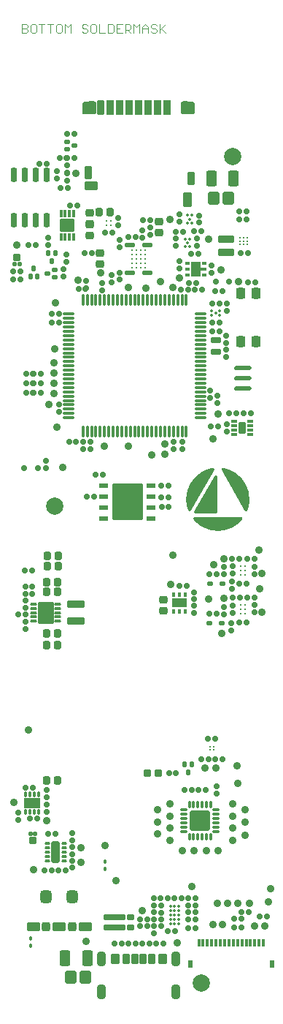
<source format=gbs>
G04*
G04 #@! TF.GenerationSoftware,Altium Limited,Altium Designer,21.9.2 (33)*
G04*
G04 Layer_Color=16711833*
%FSLAX25Y25*%
%MOIN*%
G70*
G04*
G04 #@! TF.SameCoordinates,38B2C1F3-0FCD-4184-AA18-E5AB633A714F*
G04*
G04*
G04 #@! TF.FilePolarity,Negative*
G04*
G01*
G75*
%ADD11C,0.01181*%
%ADD12C,0.00394*%
%ADD23C,0.03543*%
G04:AMPARAMS|DCode=24|XSize=35.43mil|YSize=31.5mil|CornerRadius=5.41mil|HoleSize=0mil|Usage=FLASHONLY|Rotation=270.000|XOffset=0mil|YOffset=0mil|HoleType=Round|Shape=RoundedRectangle|*
%AMROUNDEDRECTD24*
21,1,0.03543,0.02067,0,0,270.0*
21,1,0.02461,0.03150,0,0,270.0*
1,1,0.01083,-0.01034,-0.01230*
1,1,0.01083,-0.01034,0.01230*
1,1,0.01083,0.01034,0.01230*
1,1,0.01083,0.01034,-0.01230*
%
%ADD24ROUNDEDRECTD24*%
G04:AMPARAMS|DCode=25|XSize=24.41mil|YSize=24.41mil|CornerRadius=6.06mil|HoleSize=0mil|Usage=FLASHONLY|Rotation=90.000|XOffset=0mil|YOffset=0mil|HoleType=Round|Shape=RoundedRectangle|*
%AMROUNDEDRECTD25*
21,1,0.02441,0.01228,0,0,90.0*
21,1,0.01228,0.02441,0,0,90.0*
1,1,0.01213,0.00614,0.00614*
1,1,0.01213,0.00614,-0.00614*
1,1,0.01213,-0.00614,-0.00614*
1,1,0.01213,-0.00614,0.00614*
%
%ADD25ROUNDEDRECTD25*%
G04:AMPARAMS|DCode=26|XSize=24.41mil|YSize=24.41mil|CornerRadius=6.06mil|HoleSize=0mil|Usage=FLASHONLY|Rotation=0.000|XOffset=0mil|YOffset=0mil|HoleType=Round|Shape=RoundedRectangle|*
%AMROUNDEDRECTD26*
21,1,0.02441,0.01228,0,0,0.0*
21,1,0.01228,0.02441,0,0,0.0*
1,1,0.01213,0.00614,-0.00614*
1,1,0.01213,-0.00614,-0.00614*
1,1,0.01213,-0.00614,0.00614*
1,1,0.01213,0.00614,0.00614*
%
%ADD26ROUNDEDRECTD26*%
%ADD29C,0.07874*%
%ADD33O,0.04331X0.07087*%
%ADD34C,0.00394*%
%ADD100C,0.01378*%
G04:AMPARAMS|DCode=101|XSize=15.75mil|YSize=19.68mil|CornerRadius=4.92mil|HoleSize=0mil|Usage=FLASHONLY|Rotation=180.000|XOffset=0mil|YOffset=0mil|HoleType=Round|Shape=RoundedRectangle|*
%AMROUNDEDRECTD101*
21,1,0.01575,0.00984,0,0,180.0*
21,1,0.00591,0.01968,0,0,180.0*
1,1,0.00984,-0.00295,0.00492*
1,1,0.00984,0.00295,0.00492*
1,1,0.00984,0.00295,-0.00492*
1,1,0.00984,-0.00295,-0.00492*
%
%ADD101ROUNDEDRECTD101*%
%ADD102C,0.01181*%
G04:AMPARAMS|DCode=103|XSize=47.24mil|YSize=19.68mil|CornerRadius=4.33mil|HoleSize=0mil|Usage=FLASHONLY|Rotation=180.000|XOffset=0mil|YOffset=0mil|HoleType=Round|Shape=RoundedRectangle|*
%AMROUNDEDRECTD103*
21,1,0.04724,0.01102,0,0,180.0*
21,1,0.03858,0.01968,0,0,180.0*
1,1,0.00866,-0.01929,0.00551*
1,1,0.00866,0.01929,0.00551*
1,1,0.00866,0.01929,-0.00551*
1,1,0.00866,-0.01929,-0.00551*
%
%ADD103ROUNDEDRECTD103*%
G04:AMPARAMS|DCode=104|XSize=27.56mil|YSize=64.96mil|CornerRadius=7.87mil|HoleSize=0mil|Usage=FLASHONLY|Rotation=0.000|XOffset=0mil|YOffset=0mil|HoleType=Round|Shape=RoundedRectangle|*
%AMROUNDEDRECTD104*
21,1,0.02756,0.04921,0,0,0.0*
21,1,0.01181,0.06496,0,0,0.0*
1,1,0.01575,0.00591,-0.02461*
1,1,0.01575,-0.00591,-0.02461*
1,1,0.01575,-0.00591,0.02461*
1,1,0.01575,0.00591,0.02461*
%
%ADD104ROUNDEDRECTD104*%
G04:AMPARAMS|DCode=105|XSize=37.4mil|YSize=33.47mil|CornerRadius=7.87mil|HoleSize=0mil|Usage=FLASHONLY|Rotation=90.000|XOffset=0mil|YOffset=0mil|HoleType=Round|Shape=RoundedRectangle|*
%AMROUNDEDRECTD105*
21,1,0.03740,0.01772,0,0,90.0*
21,1,0.02165,0.03347,0,0,90.0*
1,1,0.01575,0.00886,0.01083*
1,1,0.01575,0.00886,-0.01083*
1,1,0.01575,-0.00886,-0.01083*
1,1,0.01575,-0.00886,0.01083*
%
%ADD105ROUNDEDRECTD105*%
G04:AMPARAMS|DCode=106|XSize=15.75mil|YSize=21.65mil|CornerRadius=3.74mil|HoleSize=0mil|Usage=FLASHONLY|Rotation=90.000|XOffset=0mil|YOffset=0mil|HoleType=Round|Shape=RoundedRectangle|*
%AMROUNDEDRECTD106*
21,1,0.01575,0.01417,0,0,90.0*
21,1,0.00827,0.02165,0,0,90.0*
1,1,0.00748,0.00709,0.00413*
1,1,0.00748,0.00709,-0.00413*
1,1,0.00748,-0.00709,-0.00413*
1,1,0.00748,-0.00709,0.00413*
%
%ADD106ROUNDEDRECTD106*%
G04:AMPARAMS|DCode=107|XSize=13.78mil|YSize=53.15mil|CornerRadius=4.43mil|HoleSize=0mil|Usage=FLASHONLY|Rotation=90.000|XOffset=0mil|YOffset=0mil|HoleType=Round|Shape=RoundedRectangle|*
%AMROUNDEDRECTD107*
21,1,0.01378,0.04429,0,0,90.0*
21,1,0.00492,0.05315,0,0,90.0*
1,1,0.00886,0.02215,0.00246*
1,1,0.00886,0.02215,-0.00246*
1,1,0.00886,-0.02215,-0.00246*
1,1,0.00886,-0.02215,0.00246*
%
%ADD107ROUNDEDRECTD107*%
G04:AMPARAMS|DCode=108|XSize=13.78mil|YSize=53.15mil|CornerRadius=4.43mil|HoleSize=0mil|Usage=FLASHONLY|Rotation=180.000|XOffset=0mil|YOffset=0mil|HoleType=Round|Shape=RoundedRectangle|*
%AMROUNDEDRECTD108*
21,1,0.01378,0.04429,0,0,180.0*
21,1,0.00492,0.05315,0,0,180.0*
1,1,0.00886,-0.00246,0.02215*
1,1,0.00886,0.00246,0.02215*
1,1,0.00886,0.00246,-0.02215*
1,1,0.00886,-0.00246,-0.02215*
%
%ADD108ROUNDEDRECTD108*%
%ADD109C,0.01299*%
G04:AMPARAMS|DCode=110|XSize=35.56mil|YSize=65.09mil|CornerRadius=7.45mil|HoleSize=0mil|Usage=FLASHONLY|Rotation=0.000|XOffset=0mil|YOffset=0mil|HoleType=Round|Shape=RoundedRectangle|*
%AMROUNDEDRECTD110*
21,1,0.03556,0.05020,0,0,0.0*
21,1,0.02067,0.06509,0,0,0.0*
1,1,0.01489,0.01034,-0.02510*
1,1,0.01489,-0.01034,-0.02510*
1,1,0.01489,-0.01034,0.02510*
1,1,0.01489,0.01034,0.02510*
%
%ADD110ROUNDEDRECTD110*%
G04:AMPARAMS|DCode=111|XSize=47.37mil|YSize=39.5mil|CornerRadius=7.94mil|HoleSize=0mil|Usage=FLASHONLY|Rotation=0.000|XOffset=0mil|YOffset=0mil|HoleType=Round|Shape=RoundedRectangle|*
%AMROUNDEDRECTD111*
21,1,0.04737,0.02362,0,0,0.0*
21,1,0.03150,0.03950,0,0,0.0*
1,1,0.01587,0.01575,-0.01181*
1,1,0.01587,-0.01575,-0.01181*
1,1,0.01587,-0.01575,0.01181*
1,1,0.01587,0.01575,0.01181*
%
%ADD111ROUNDEDRECTD111*%
G04:AMPARAMS|DCode=112|XSize=35.56mil|YSize=67.06mil|CornerRadius=7.45mil|HoleSize=0mil|Usage=FLASHONLY|Rotation=0.000|XOffset=0mil|YOffset=0mil|HoleType=Round|Shape=RoundedRectangle|*
%AMROUNDEDRECTD112*
21,1,0.03556,0.05217,0,0,0.0*
21,1,0.02067,0.06706,0,0,0.0*
1,1,0.01489,0.01034,-0.02608*
1,1,0.01489,-0.01034,-0.02608*
1,1,0.01489,-0.01034,0.02608*
1,1,0.01489,0.01034,0.02608*
%
%ADD112ROUNDEDRECTD112*%
G04:AMPARAMS|DCode=113|XSize=35.43mil|YSize=59.06mil|CornerRadius=5.91mil|HoleSize=0mil|Usage=FLASHONLY|Rotation=0.000|XOffset=0mil|YOffset=0mil|HoleType=Round|Shape=RoundedRectangle|*
%AMROUNDEDRECTD113*
21,1,0.03543,0.04724,0,0,0.0*
21,1,0.02362,0.05906,0,0,0.0*
1,1,0.01181,0.01181,-0.02362*
1,1,0.01181,-0.01181,-0.02362*
1,1,0.01181,-0.01181,0.02362*
1,1,0.01181,0.01181,0.02362*
%
%ADD113ROUNDEDRECTD113*%
G04:AMPARAMS|DCode=114|XSize=59.06mil|YSize=43.31mil|CornerRadius=6.89mil|HoleSize=0mil|Usage=FLASHONLY|Rotation=0.000|XOffset=0mil|YOffset=0mil|HoleType=Round|Shape=RoundedRectangle|*
%AMROUNDEDRECTD114*
21,1,0.05906,0.02953,0,0,0.0*
21,1,0.04528,0.04331,0,0,0.0*
1,1,0.01378,0.02264,-0.01476*
1,1,0.01378,-0.02264,-0.01476*
1,1,0.01378,-0.02264,0.01476*
1,1,0.01378,0.02264,0.01476*
%
%ADD114ROUNDEDRECTD114*%
G04:AMPARAMS|DCode=115|XSize=35.43mil|YSize=62.99mil|CornerRadius=5.91mil|HoleSize=0mil|Usage=FLASHONLY|Rotation=0.000|XOffset=0mil|YOffset=0mil|HoleType=Round|Shape=RoundedRectangle|*
%AMROUNDEDRECTD115*
21,1,0.03543,0.05118,0,0,0.0*
21,1,0.02362,0.06299,0,0,0.0*
1,1,0.01181,0.01181,-0.02559*
1,1,0.01181,-0.01181,-0.02559*
1,1,0.01181,-0.01181,0.02559*
1,1,0.01181,0.01181,0.02559*
%
%ADD115ROUNDEDRECTD115*%
G04:AMPARAMS|DCode=116|XSize=43.31mil|YSize=64.96mil|CornerRadius=6.89mil|HoleSize=0mil|Usage=FLASHONLY|Rotation=180.000|XOffset=0mil|YOffset=0mil|HoleType=Round|Shape=RoundedRectangle|*
%AMROUNDEDRECTD116*
21,1,0.04331,0.05118,0,0,180.0*
21,1,0.02953,0.06496,0,0,180.0*
1,1,0.01378,-0.01476,0.02559*
1,1,0.01378,0.01476,0.02559*
1,1,0.01378,0.01476,-0.02559*
1,1,0.01378,-0.01476,-0.02559*
%
%ADD116ROUNDEDRECTD116*%
G04:AMPARAMS|DCode=117|XSize=37.4mil|YSize=33.47mil|CornerRadius=7.87mil|HoleSize=0mil|Usage=FLASHONLY|Rotation=180.000|XOffset=0mil|YOffset=0mil|HoleType=Round|Shape=RoundedRectangle|*
%AMROUNDEDRECTD117*
21,1,0.03740,0.01772,0,0,180.0*
21,1,0.02165,0.03347,0,0,180.0*
1,1,0.01575,-0.01083,0.00886*
1,1,0.01575,0.01083,0.00886*
1,1,0.01575,0.01083,-0.00886*
1,1,0.01575,-0.01083,-0.00886*
%
%ADD117ROUNDEDRECTD117*%
G04:AMPARAMS|DCode=118|XSize=19.68mil|YSize=25.59mil|CornerRadius=5.91mil|HoleSize=0mil|Usage=FLASHONLY|Rotation=270.000|XOffset=0mil|YOffset=0mil|HoleType=Round|Shape=RoundedRectangle|*
%AMROUNDEDRECTD118*
21,1,0.01968,0.01378,0,0,270.0*
21,1,0.00787,0.02559,0,0,270.0*
1,1,0.01181,-0.00689,-0.00394*
1,1,0.01181,-0.00689,0.00394*
1,1,0.01181,0.00689,0.00394*
1,1,0.01181,0.00689,-0.00394*
%
%ADD118ROUNDEDRECTD118*%
G04:AMPARAMS|DCode=119|XSize=15.75mil|YSize=33.47mil|CornerRadius=4.33mil|HoleSize=0mil|Usage=FLASHONLY|Rotation=0.000|XOffset=0mil|YOffset=0mil|HoleType=Round|Shape=RoundedRectangle|*
%AMROUNDEDRECTD119*
21,1,0.01575,0.02480,0,0,0.0*
21,1,0.00709,0.03347,0,0,0.0*
1,1,0.00866,0.00354,-0.01240*
1,1,0.00866,-0.00354,-0.01240*
1,1,0.00866,-0.00354,0.01240*
1,1,0.00866,0.00354,0.01240*
%
%ADD119ROUNDEDRECTD119*%
G04:AMPARAMS|DCode=120|XSize=66.93mil|YSize=59.06mil|CornerRadius=4.72mil|HoleSize=0mil|Usage=FLASHONLY|Rotation=0.000|XOffset=0mil|YOffset=0mil|HoleType=Round|Shape=RoundedRectangle|*
%AMROUNDEDRECTD120*
21,1,0.06693,0.04961,0,0,0.0*
21,1,0.05748,0.05906,0,0,0.0*
1,1,0.00945,0.02874,-0.02480*
1,1,0.00945,-0.02874,-0.02480*
1,1,0.00945,-0.02874,0.02480*
1,1,0.00945,0.02874,0.02480*
%
%ADD120ROUNDEDRECTD120*%
G04:AMPARAMS|DCode=121|XSize=70.87mil|YSize=47.24mil|CornerRadius=7.38mil|HoleSize=0mil|Usage=FLASHONLY|Rotation=270.000|XOffset=0mil|YOffset=0mil|HoleType=Round|Shape=RoundedRectangle|*
%AMROUNDEDRECTD121*
21,1,0.07087,0.03248,0,0,270.0*
21,1,0.05610,0.04724,0,0,270.0*
1,1,0.01476,-0.01624,-0.02805*
1,1,0.01476,-0.01624,0.02805*
1,1,0.01476,0.01624,0.02805*
1,1,0.01476,0.01624,-0.02805*
%
%ADD121ROUNDEDRECTD121*%
G04:AMPARAMS|DCode=122|XSize=74.8mil|YSize=31.5mil|CornerRadius=5.41mil|HoleSize=0mil|Usage=FLASHONLY|Rotation=0.000|XOffset=0mil|YOffset=0mil|HoleType=Round|Shape=RoundedRectangle|*
%AMROUNDEDRECTD122*
21,1,0.07480,0.02067,0,0,0.0*
21,1,0.06398,0.03150,0,0,0.0*
1,1,0.01083,0.03199,-0.01034*
1,1,0.01083,-0.03199,-0.01034*
1,1,0.01083,-0.03199,0.01034*
1,1,0.01083,0.03199,0.01034*
%
%ADD122ROUNDEDRECTD122*%
%ADD123C,0.01221*%
G04:AMPARAMS|DCode=124|XSize=31.5mil|YSize=49.21mil|CornerRadius=5.41mil|HoleSize=0mil|Usage=FLASHONLY|Rotation=180.000|XOffset=0mil|YOffset=0mil|HoleType=Round|Shape=RoundedRectangle|*
%AMROUNDEDRECTD124*
21,1,0.03150,0.03839,0,0,180.0*
21,1,0.02067,0.04921,0,0,180.0*
1,1,0.01083,-0.01034,0.01919*
1,1,0.01083,0.01034,0.01919*
1,1,0.01083,0.01034,-0.01919*
1,1,0.01083,-0.01034,-0.01919*
%
%ADD124ROUNDEDRECTD124*%
G04:AMPARAMS|DCode=125|XSize=39.37mil|YSize=49.21mil|CornerRadius=6.4mil|HoleSize=0mil|Usage=FLASHONLY|Rotation=180.000|XOffset=0mil|YOffset=0mil|HoleType=Round|Shape=RoundedRectangle|*
%AMROUNDEDRECTD125*
21,1,0.03937,0.03642,0,0,180.0*
21,1,0.02657,0.04921,0,0,180.0*
1,1,0.01280,-0.01329,0.01821*
1,1,0.01280,0.01329,0.01821*
1,1,0.01280,0.01329,-0.01821*
1,1,0.01280,-0.01329,-0.01821*
%
%ADD125ROUNDEDRECTD125*%
G04:AMPARAMS|DCode=126|XSize=35.43mil|YSize=49.21mil|CornerRadius=5.91mil|HoleSize=0mil|Usage=FLASHONLY|Rotation=180.000|XOffset=0mil|YOffset=0mil|HoleType=Round|Shape=RoundedRectangle|*
%AMROUNDEDRECTD126*
21,1,0.03543,0.03740,0,0,180.0*
21,1,0.02362,0.04921,0,0,180.0*
1,1,0.01181,-0.01181,0.01870*
1,1,0.01181,0.01181,0.01870*
1,1,0.01181,0.01181,-0.01870*
1,1,0.01181,-0.01181,-0.01870*
%
%ADD126ROUNDEDRECTD126*%
G04:AMPARAMS|DCode=127|XSize=31.5mil|YSize=29.53mil|CornerRadius=5.17mil|HoleSize=0mil|Usage=FLASHONLY|Rotation=180.000|XOffset=0mil|YOffset=0mil|HoleType=Round|Shape=RoundedRectangle|*
%AMROUNDEDRECTD127*
21,1,0.03150,0.01919,0,0,180.0*
21,1,0.02116,0.02953,0,0,180.0*
1,1,0.01034,-0.01058,0.00960*
1,1,0.01034,0.01058,0.00960*
1,1,0.01034,0.01058,-0.00960*
1,1,0.01034,-0.01058,-0.00960*
%
%ADD127ROUNDEDRECTD127*%
G04:AMPARAMS|DCode=128|XSize=98.43mil|YSize=29.53mil|CornerRadius=5.17mil|HoleSize=0mil|Usage=FLASHONLY|Rotation=180.000|XOffset=0mil|YOffset=0mil|HoleType=Round|Shape=RoundedRectangle|*
%AMROUNDEDRECTD128*
21,1,0.09843,0.01919,0,0,180.0*
21,1,0.08809,0.02953,0,0,180.0*
1,1,0.01034,-0.04405,0.00960*
1,1,0.01034,0.04405,0.00960*
1,1,0.01034,0.04405,-0.00960*
1,1,0.01034,-0.04405,-0.00960*
%
%ADD128ROUNDEDRECTD128*%
G04:AMPARAMS|DCode=129|XSize=59.06mil|YSize=51.18mil|CornerRadius=7.87mil|HoleSize=0mil|Usage=FLASHONLY|Rotation=90.000|XOffset=0mil|YOffset=0mil|HoleType=Round|Shape=RoundedRectangle|*
%AMROUNDEDRECTD129*
21,1,0.05906,0.03543,0,0,90.0*
21,1,0.04331,0.05118,0,0,90.0*
1,1,0.01575,0.01772,0.02165*
1,1,0.01575,0.01772,-0.02165*
1,1,0.01575,-0.01772,-0.02165*
1,1,0.01575,-0.01772,0.02165*
%
%ADD129ROUNDEDRECTD129*%
G04:AMPARAMS|DCode=130|XSize=15.75mil|YSize=21.65mil|CornerRadius=3.74mil|HoleSize=0mil|Usage=FLASHONLY|Rotation=180.000|XOffset=0mil|YOffset=0mil|HoleType=Round|Shape=RoundedRectangle|*
%AMROUNDEDRECTD130*
21,1,0.01575,0.01417,0,0,180.0*
21,1,0.00827,0.02165,0,0,180.0*
1,1,0.00748,-0.00413,0.00709*
1,1,0.00748,0.00413,0.00709*
1,1,0.00748,0.00413,-0.00709*
1,1,0.00748,-0.00413,-0.00709*
%
%ADD130ROUNDEDRECTD130*%
G04:AMPARAMS|DCode=131|XSize=66.93mil|YSize=43.31mil|CornerRadius=3.94mil|HoleSize=0mil|Usage=FLASHONLY|Rotation=180.000|XOffset=0mil|YOffset=0mil|HoleType=Round|Shape=RoundedRectangle|*
%AMROUNDEDRECTD131*
21,1,0.06693,0.03543,0,0,180.0*
21,1,0.05906,0.04331,0,0,180.0*
1,1,0.00787,-0.02953,0.01772*
1,1,0.00787,0.02953,0.01772*
1,1,0.00787,0.02953,-0.01772*
1,1,0.00787,-0.02953,-0.01772*
%
%ADD131ROUNDEDRECTD131*%
G04:AMPARAMS|DCode=132|XSize=23.62mil|YSize=27.56mil|CornerRadius=6.89mil|HoleSize=0mil|Usage=FLASHONLY|Rotation=90.000|XOffset=0mil|YOffset=0mil|HoleType=Round|Shape=RoundedRectangle|*
%AMROUNDEDRECTD132*
21,1,0.02362,0.01378,0,0,90.0*
21,1,0.00984,0.02756,0,0,90.0*
1,1,0.01378,0.00689,0.00492*
1,1,0.01378,0.00689,-0.00492*
1,1,0.01378,-0.00689,-0.00492*
1,1,0.01378,-0.00689,0.00492*
%
%ADD132ROUNDEDRECTD132*%
G04:AMPARAMS|DCode=133|XSize=19.68mil|YSize=25.59mil|CornerRadius=5.91mil|HoleSize=0mil|Usage=FLASHONLY|Rotation=180.000|XOffset=0mil|YOffset=0mil|HoleType=Round|Shape=RoundedRectangle|*
%AMROUNDEDRECTD133*
21,1,0.01968,0.01378,0,0,180.0*
21,1,0.00787,0.02559,0,0,180.0*
1,1,0.01181,-0.00394,0.00689*
1,1,0.01181,0.00394,0.00689*
1,1,0.01181,0.00394,-0.00689*
1,1,0.01181,-0.00394,-0.00689*
%
%ADD133ROUNDEDRECTD133*%
G04:AMPARAMS|DCode=134|XSize=19.68mil|YSize=22.84mil|CornerRadius=5.12mil|HoleSize=0mil|Usage=FLASHONLY|Rotation=0.000|XOffset=0mil|YOffset=0mil|HoleType=Round|Shape=RoundedRectangle|*
%AMROUNDEDRECTD134*
21,1,0.01968,0.01260,0,0,0.0*
21,1,0.00945,0.02284,0,0,0.0*
1,1,0.01024,0.00472,-0.00630*
1,1,0.01024,-0.00472,-0.00630*
1,1,0.01024,-0.00472,0.00630*
1,1,0.01024,0.00472,0.00630*
%
%ADD134ROUNDEDRECTD134*%
G04:AMPARAMS|DCode=135|XSize=33.47mil|YSize=33.47mil|CornerRadius=3.74mil|HoleSize=0mil|Usage=FLASHONLY|Rotation=90.000|XOffset=0mil|YOffset=0mil|HoleType=Round|Shape=RoundedRectangle|*
%AMROUNDEDRECTD135*
21,1,0.03347,0.02598,0,0,90.0*
21,1,0.02598,0.03347,0,0,90.0*
1,1,0.00748,0.01299,0.01299*
1,1,0.00748,0.01299,-0.01299*
1,1,0.00748,-0.01299,-0.01299*
1,1,0.00748,-0.01299,0.01299*
%
%ADD135ROUNDEDRECTD135*%
G04:AMPARAMS|DCode=136|XSize=13.78mil|YSize=23.62mil|CornerRadius=4.43mil|HoleSize=0mil|Usage=FLASHONLY|Rotation=90.000|XOffset=0mil|YOffset=0mil|HoleType=Round|Shape=RoundedRectangle|*
%AMROUNDEDRECTD136*
21,1,0.01378,0.01476,0,0,90.0*
21,1,0.00492,0.02362,0,0,90.0*
1,1,0.00886,0.00738,0.00246*
1,1,0.00886,0.00738,-0.00246*
1,1,0.00886,-0.00738,-0.00246*
1,1,0.00886,-0.00738,0.00246*
%
%ADD136ROUNDEDRECTD136*%
G04:AMPARAMS|DCode=137|XSize=51.18mil|YSize=43.31mil|CornerRadius=11.81mil|HoleSize=0mil|Usage=FLASHONLY|Rotation=270.000|XOffset=0mil|YOffset=0mil|HoleType=Round|Shape=RoundedRectangle|*
%AMROUNDEDRECTD137*
21,1,0.05118,0.01968,0,0,270.0*
21,1,0.02756,0.04331,0,0,270.0*
1,1,0.02362,-0.00984,-0.01378*
1,1,0.02362,-0.00984,0.01378*
1,1,0.02362,0.00984,0.01378*
1,1,0.02362,0.00984,-0.01378*
%
%ADD137ROUNDEDRECTD137*%
G04:AMPARAMS|DCode=138|XSize=13.78mil|YSize=23.62mil|CornerRadius=3.94mil|HoleSize=0mil|Usage=FLASHONLY|Rotation=0.000|XOffset=0mil|YOffset=0mil|HoleType=Round|Shape=RoundedRectangle|*
%AMROUNDEDRECTD138*
21,1,0.01378,0.01575,0,0,0.0*
21,1,0.00591,0.02362,0,0,0.0*
1,1,0.00787,0.00295,-0.00787*
1,1,0.00787,-0.00295,-0.00787*
1,1,0.00787,-0.00295,0.00787*
1,1,0.00787,0.00295,0.00787*
%
%ADD138ROUNDEDRECTD138*%
G04:AMPARAMS|DCode=139|XSize=13.78mil|YSize=29.53mil|CornerRadius=4.43mil|HoleSize=0mil|Usage=FLASHONLY|Rotation=90.000|XOffset=0mil|YOffset=0mil|HoleType=Round|Shape=RoundedRectangle|*
%AMROUNDEDRECTD139*
21,1,0.01378,0.02067,0,0,90.0*
21,1,0.00492,0.02953,0,0,90.0*
1,1,0.00886,0.01034,0.00246*
1,1,0.00886,0.01034,-0.00246*
1,1,0.00886,-0.01034,-0.00246*
1,1,0.00886,-0.01034,0.00246*
%
%ADD139ROUNDEDRECTD139*%
G04:AMPARAMS|DCode=140|XSize=19.68mil|YSize=78.74mil|CornerRadius=5.91mil|HoleSize=0mil|Usage=FLASHONLY|Rotation=270.000|XOffset=0mil|YOffset=0mil|HoleType=Round|Shape=RoundedRectangle|*
%AMROUNDEDRECTD140*
21,1,0.01968,0.06693,0,0,270.0*
21,1,0.00787,0.07874,0,0,270.0*
1,1,0.01181,-0.03347,-0.00394*
1,1,0.01181,-0.03347,0.00394*
1,1,0.01181,0.03347,0.00394*
1,1,0.01181,0.03347,-0.00394*
%
%ADD140ROUNDEDRECTD140*%
G04:AMPARAMS|DCode=141|XSize=51.18mil|YSize=35.04mil|CornerRadius=5.08mil|HoleSize=0mil|Usage=FLASHONLY|Rotation=90.000|XOffset=0mil|YOffset=0mil|HoleType=Round|Shape=RoundedRectangle|*
%AMROUNDEDRECTD141*
21,1,0.05118,0.02488,0,0,90.0*
21,1,0.04102,0.03504,0,0,90.0*
1,1,0.01016,0.01244,0.02051*
1,1,0.01016,0.01244,-0.02051*
1,1,0.01016,-0.01244,-0.02051*
1,1,0.01016,-0.01244,0.02051*
%
%ADD141ROUNDEDRECTD141*%
G04:AMPARAMS|DCode=142|XSize=15.75mil|YSize=35.43mil|CornerRadius=3.45mil|HoleSize=0mil|Usage=FLASHONLY|Rotation=180.000|XOffset=0mil|YOffset=0mil|HoleType=Round|Shape=RoundedRectangle|*
%AMROUNDEDRECTD142*
21,1,0.01575,0.02854,0,0,180.0*
21,1,0.00886,0.03543,0,0,180.0*
1,1,0.00689,-0.00443,0.01427*
1,1,0.00689,0.00443,0.01427*
1,1,0.00689,0.00443,-0.01427*
1,1,0.00689,-0.00443,-0.01427*
%
%ADD142ROUNDEDRECTD142*%
G04:AMPARAMS|DCode=143|XSize=19.68mil|YSize=35.43mil|CornerRadius=3.94mil|HoleSize=0mil|Usage=FLASHONLY|Rotation=180.000|XOffset=0mil|YOffset=0mil|HoleType=Round|Shape=RoundedRectangle|*
%AMROUNDEDRECTD143*
21,1,0.01968,0.02756,0,0,180.0*
21,1,0.01181,0.03543,0,0,180.0*
1,1,0.00787,-0.00591,0.01378*
1,1,0.00787,0.00591,0.01378*
1,1,0.00787,0.00591,-0.01378*
1,1,0.00787,-0.00591,-0.01378*
%
%ADD143ROUNDEDRECTD143*%
G04:AMPARAMS|DCode=144|XSize=21.65mil|YSize=41.34mil|CornerRadius=4.18mil|HoleSize=0mil|Usage=FLASHONLY|Rotation=90.000|XOffset=0mil|YOffset=0mil|HoleType=Round|Shape=RoundedRectangle|*
%AMROUNDEDRECTD144*
21,1,0.02165,0.03297,0,0,90.0*
21,1,0.01329,0.04134,0,0,90.0*
1,1,0.00837,0.01649,0.00664*
1,1,0.00837,0.01649,-0.00664*
1,1,0.00837,-0.01649,-0.00664*
1,1,0.00837,-0.01649,0.00664*
%
%ADD144ROUNDEDRECTD144*%
G04:AMPARAMS|DCode=145|XSize=90.55mil|YSize=90.55mil|CornerRadius=6.3mil|HoleSize=0mil|Usage=FLASHONLY|Rotation=180.000|XOffset=0mil|YOffset=0mil|HoleType=Round|Shape=RoundedRectangle|*
%AMROUNDEDRECTD145*
21,1,0.09055,0.07795,0,0,180.0*
21,1,0.07795,0.09055,0,0,180.0*
1,1,0.01260,-0.03898,0.03898*
1,1,0.01260,0.03898,0.03898*
1,1,0.01260,0.03898,-0.03898*
1,1,0.01260,-0.03898,-0.03898*
%
%ADD145ROUNDEDRECTD145*%
G04:AMPARAMS|DCode=146|XSize=13.78mil|YSize=33.47mil|CornerRadius=4.43mil|HoleSize=0mil|Usage=FLASHONLY|Rotation=180.000|XOffset=0mil|YOffset=0mil|HoleType=Round|Shape=RoundedRectangle|*
%AMROUNDEDRECTD146*
21,1,0.01378,0.02461,0,0,180.0*
21,1,0.00492,0.03347,0,0,180.0*
1,1,0.00886,-0.00246,0.01230*
1,1,0.00886,0.00246,0.01230*
1,1,0.00886,0.00246,-0.01230*
1,1,0.00886,-0.00246,-0.01230*
%
%ADD146ROUNDEDRECTD146*%
G04:AMPARAMS|DCode=147|XSize=141.73mil|YSize=165.35mil|CornerRadius=5.41mil|HoleSize=0mil|Usage=FLASHONLY|Rotation=0.000|XOffset=0mil|YOffset=0mil|HoleType=Round|Shape=RoundedRectangle|*
%AMROUNDEDRECTD147*
21,1,0.14173,0.15453,0,0,0.0*
21,1,0.13091,0.16535,0,0,0.0*
1,1,0.01083,0.06545,-0.07726*
1,1,0.01083,-0.06545,-0.07726*
1,1,0.01083,-0.06545,0.07726*
1,1,0.01083,0.06545,0.07726*
%
%ADD147ROUNDEDRECTD147*%
G04:AMPARAMS|DCode=148|XSize=100.39mil|YSize=70.87mil|CornerRadius=5.32mil|HoleSize=0mil|Usage=FLASHONLY|Rotation=90.000|XOffset=0mil|YOffset=0mil|HoleType=Round|Shape=RoundedRectangle|*
%AMROUNDEDRECTD148*
21,1,0.10039,0.06024,0,0,90.0*
21,1,0.08976,0.07087,0,0,90.0*
1,1,0.01063,0.03012,0.04488*
1,1,0.01063,0.03012,-0.04488*
1,1,0.01063,-0.03012,-0.04488*
1,1,0.01063,-0.03012,0.04488*
%
%ADD148ROUNDEDRECTD148*%
G04:AMPARAMS|DCode=149|XSize=13.78mil|YSize=31.5mil|CornerRadius=4.43mil|HoleSize=0mil|Usage=FLASHONLY|Rotation=90.000|XOffset=0mil|YOffset=0mil|HoleType=Round|Shape=RoundedRectangle|*
%AMROUNDEDRECTD149*
21,1,0.01378,0.02264,0,0,90.0*
21,1,0.00492,0.03150,0,0,90.0*
1,1,0.00886,0.01132,0.00246*
1,1,0.00886,0.01132,-0.00246*
1,1,0.00886,-0.01132,-0.00246*
1,1,0.00886,-0.01132,0.00246*
%
%ADD149ROUNDEDRECTD149*%
G04:AMPARAMS|DCode=150|XSize=98.43mil|YSize=37.01mil|CornerRadius=5.28mil|HoleSize=0mil|Usage=FLASHONLY|Rotation=90.000|XOffset=0mil|YOffset=0mil|HoleType=Round|Shape=RoundedRectangle|*
%AMROUNDEDRECTD150*
21,1,0.09843,0.02646,0,0,90.0*
21,1,0.08787,0.03701,0,0,90.0*
1,1,0.01055,0.01323,0.04394*
1,1,0.01055,0.01323,-0.04394*
1,1,0.01055,-0.01323,-0.04394*
1,1,0.01055,-0.01323,0.04394*
%
%ADD150ROUNDEDRECTD150*%
G04:AMPARAMS|DCode=151|XSize=74.8mil|YSize=47.24mil|CornerRadius=4.13mil|HoleSize=0mil|Usage=FLASHONLY|Rotation=0.000|XOffset=0mil|YOffset=0mil|HoleType=Round|Shape=RoundedRectangle|*
%AMROUNDEDRECTD151*
21,1,0.07480,0.03898,0,0,0.0*
21,1,0.06653,0.04724,0,0,0.0*
1,1,0.00827,0.03327,-0.01949*
1,1,0.00827,-0.03327,-0.01949*
1,1,0.00827,-0.03327,0.01949*
1,1,0.00827,0.03327,0.01949*
%
%ADD151ROUNDEDRECTD151*%
G04:AMPARAMS|DCode=152|XSize=82.68mil|YSize=35.43mil|CornerRadius=5.91mil|HoleSize=0mil|Usage=FLASHONLY|Rotation=0.000|XOffset=0mil|YOffset=0mil|HoleType=Round|Shape=RoundedRectangle|*
%AMROUNDEDRECTD152*
21,1,0.08268,0.02362,0,0,0.0*
21,1,0.07087,0.03543,0,0,0.0*
1,1,0.01181,0.03543,-0.01181*
1,1,0.01181,-0.03543,-0.01181*
1,1,0.01181,-0.03543,0.01181*
1,1,0.01181,0.03543,0.01181*
%
%ADD152ROUNDEDRECTD152*%
G04:AMPARAMS|DCode=153|XSize=53.15mil|YSize=57.09mil|CornerRadius=14.27mil|HoleSize=0mil|Usage=FLASHONLY|Rotation=0.000|XOffset=0mil|YOffset=0mil|HoleType=Round|Shape=RoundedRectangle|*
%AMROUNDEDRECTD153*
21,1,0.05315,0.02854,0,0,0.0*
21,1,0.02461,0.05709,0,0,0.0*
1,1,0.02854,0.01230,-0.01427*
1,1,0.02854,-0.01230,-0.01427*
1,1,0.02854,-0.01230,0.01427*
1,1,0.02854,0.01230,0.01427*
%
%ADD153ROUNDEDRECTD153*%
G04:AMPARAMS|DCode=154|XSize=62.99mil|YSize=43.31mil|CornerRadius=11.81mil|HoleSize=0mil|Usage=FLASHONLY|Rotation=180.000|XOffset=0mil|YOffset=0mil|HoleType=Round|Shape=RoundedRectangle|*
%AMROUNDEDRECTD154*
21,1,0.06299,0.01968,0,0,180.0*
21,1,0.03937,0.04331,0,0,180.0*
1,1,0.02362,-0.01968,0.00984*
1,1,0.02362,0.01968,0.00984*
1,1,0.02362,0.01968,-0.00984*
1,1,0.02362,-0.01968,-0.00984*
%
%ADD154ROUNDEDRECTD154*%
G04:AMPARAMS|DCode=155|XSize=39.37mil|YSize=43.31mil|CornerRadius=10.83mil|HoleSize=0mil|Usage=FLASHONLY|Rotation=180.000|XOffset=0mil|YOffset=0mil|HoleType=Round|Shape=RoundedRectangle|*
%AMROUNDEDRECTD155*
21,1,0.03937,0.02165,0,0,180.0*
21,1,0.01772,0.04331,0,0,180.0*
1,1,0.02165,-0.00886,0.01083*
1,1,0.02165,0.00886,0.01083*
1,1,0.02165,0.00886,-0.01083*
1,1,0.02165,-0.00886,-0.01083*
%
%ADD155ROUNDEDRECTD155*%
G04:AMPARAMS|DCode=156|XSize=13.78mil|YSize=33.47mil|CornerRadius=4.43mil|HoleSize=0mil|Usage=FLASHONLY|Rotation=90.000|XOffset=0mil|YOffset=0mil|HoleType=Round|Shape=RoundedRectangle|*
%AMROUNDEDRECTD156*
21,1,0.01378,0.02461,0,0,90.0*
21,1,0.00492,0.03347,0,0,90.0*
1,1,0.00886,0.01230,0.00246*
1,1,0.00886,0.01230,-0.00246*
1,1,0.00886,-0.01230,-0.00246*
1,1,0.00886,-0.01230,0.00246*
%
%ADD156ROUNDEDRECTD156*%
G04:AMPARAMS|DCode=157|XSize=27.56mil|YSize=47.24mil|CornerRadius=4.92mil|HoleSize=0mil|Usage=FLASHONLY|Rotation=90.000|XOffset=0mil|YOffset=0mil|HoleType=Round|Shape=RoundedRectangle|*
%AMROUNDEDRECTD157*
21,1,0.02756,0.03740,0,0,90.0*
21,1,0.01772,0.04724,0,0,90.0*
1,1,0.00984,0.01870,0.00886*
1,1,0.00984,0.01870,-0.00886*
1,1,0.00984,-0.01870,-0.00886*
1,1,0.00984,-0.01870,0.00886*
%
%ADD157ROUNDEDRECTD157*%
G36*
X903746Y1021808D02*
X903748D01*
X903912Y1021791D01*
X908232Y1021399D01*
X908377Y1021391D01*
X908416Y1021386D01*
X908452Y1021373D01*
X908723Y1021244D01*
X908756Y1021224D01*
X908785Y1021198D01*
X908986Y1020975D01*
X909010Y1020944D01*
X909017Y1020928D01*
X909026Y1020909D01*
X909127Y1020626D01*
X909136Y1020589D01*
X909138Y1020550D01*
X909131Y1020405D01*
X909131Y1016835D01*
X909131Y1016833D01*
X909131Y1016833D01*
X909129Y1016676D01*
X909126Y1016645D01*
X909125Y1016638D01*
X909125Y1016638D01*
Y1016638D01*
X909121Y1016623D01*
X909114Y1016601D01*
X908991Y1016313D01*
X908982Y1016296D01*
X908972Y1016279D01*
X908972Y1016279D01*
Y1016279D01*
X908970Y1016276D01*
X908947Y1016249D01*
X908724Y1016030D01*
X908705Y1016014D01*
X908694Y1016006D01*
X908694Y1016006D01*
X908694Y1016006D01*
X908685Y1016001D01*
X908659Y1015988D01*
X908369Y1015871D01*
X908333Y1015860D01*
X908332Y1015860D01*
D01*
X908332Y1015860D01*
X908305Y1015857D01*
X908293Y1015856D01*
X908293D01*
X908293D01*
X908293D01*
X908138Y1015858D01*
X903807D01*
X903806Y1015858D01*
X903805Y1015858D01*
X903648Y1015859D01*
X903617Y1015863D01*
X903610Y1015864D01*
X903610Y1015864D01*
X903610D01*
X903596Y1015868D01*
X903573Y1015875D01*
X903285Y1015998D01*
X903268Y1016007D01*
X903251Y1016016D01*
X903251Y1016016D01*
X903251D01*
X903248Y1016019D01*
X903221Y1016041D01*
X903002Y1016265D01*
X902987Y1016284D01*
X902978Y1016295D01*
X902978Y1016295D01*
X902978Y1016295D01*
X902973Y1016304D01*
X902960Y1016329D01*
X902843Y1016619D01*
X902832Y1016656D01*
X902832Y1016657D01*
D01*
X902832Y1016657D01*
X902830Y1016683D01*
X902829Y1016695D01*
Y1016695D01*
Y1016695D01*
Y1016695D01*
X902830Y1016851D01*
X902830Y1020819D01*
X902830Y1020820D01*
X902830Y1020821D01*
X902832Y1020987D01*
X902832Y1020989D01*
X902832Y1020992D01*
X902834Y1021008D01*
X902836Y1021026D01*
X902837Y1021028D01*
X902837Y1021030D01*
X902842Y1021046D01*
X902848Y1021063D01*
X902849Y1021064D01*
X902849Y1021067D01*
X902986Y1021369D01*
X902987Y1021371D01*
X902988Y1021373D01*
X902997Y1021387D01*
X903006Y1021402D01*
X903007Y1021404D01*
X903008Y1021406D01*
X903020Y1021419D01*
X903031Y1021431D01*
X903033Y1021433D01*
X903034Y1021434D01*
X903281Y1021655D01*
X903283Y1021657D01*
X903285Y1021658D01*
X903299Y1021668D01*
X903313Y1021678D01*
X903315Y1021679D01*
X903316Y1021681D01*
X903332Y1021688D01*
X903348Y1021695D01*
X903350Y1021695D01*
X903352Y1021696D01*
X903667Y1021799D01*
X903669Y1021799D01*
X903671Y1021800D01*
X903688Y1021804D01*
X903705Y1021807D01*
X903707Y1021807D01*
X903709Y1021808D01*
X903727Y1021808D01*
X903744Y1021808D01*
X903746Y1021808D01*
D02*
G37*
G36*
X863155Y1021808D02*
X863173Y1021808D01*
X863175Y1021807D01*
X863177Y1021807D01*
X863194Y1021804D01*
X863211Y1021800D01*
X863213Y1021799D01*
X863215Y1021799D01*
X863530Y1021696D01*
X863532Y1021695D01*
X863535Y1021695D01*
X863550Y1021688D01*
X863566Y1021681D01*
X863568Y1021679D01*
X863570Y1021678D01*
X863583Y1021668D01*
X863598Y1021658D01*
X863599Y1021657D01*
X863601Y1021655D01*
X863848Y1021434D01*
X863849Y1021433D01*
X863851Y1021431D01*
X863863Y1021418D01*
X863874Y1021406D01*
X863875Y1021404D01*
X863877Y1021402D01*
X863885Y1021387D01*
X863894Y1021373D01*
X863895Y1021371D01*
X863896Y1021369D01*
X864033Y1021067D01*
X864034Y1021064D01*
X864035Y1021063D01*
X864040Y1021046D01*
X864045Y1021030D01*
X864046Y1021028D01*
X864046Y1021026D01*
X864048Y1021008D01*
X864050Y1020992D01*
X864050Y1020989D01*
X864051Y1020987D01*
X864052Y1020821D01*
X864052Y1020820D01*
X864052Y1020819D01*
X864052Y1016850D01*
X864052Y1016850D01*
X864054Y1016695D01*
X864051Y1016666D01*
X864050Y1016657D01*
X864050Y1016657D01*
Y1016657D01*
X864047Y1016644D01*
X864039Y1016619D01*
X863922Y1016329D01*
X863909Y1016304D01*
X863904Y1016295D01*
X863904Y1016295D01*
X863904Y1016295D01*
X863891Y1016278D01*
X863880Y1016265D01*
X863661Y1016041D01*
X863634Y1016019D01*
X863631Y1016016D01*
X863631D01*
X863631Y1016016D01*
X863614Y1016007D01*
X863597Y1015998D01*
X863309Y1015875D01*
X863287Y1015868D01*
X863272Y1015864D01*
X863272D01*
X863272Y1015864D01*
X863265Y1015863D01*
X863234Y1015859D01*
X863077Y1015858D01*
X863076Y1015858D01*
X863075Y1015858D01*
X858744Y1015858D01*
X858744D01*
X858589Y1015856D01*
X858560Y1015859D01*
X858550Y1015860D01*
X858550Y1015860D01*
X858550D01*
X858538Y1015863D01*
X858513Y1015871D01*
X858223Y1015988D01*
X858197Y1016001D01*
X858189Y1016006D01*
X858189Y1016006D01*
X858189Y1016006D01*
X858171Y1016019D01*
X858158Y1016030D01*
X857935Y1016249D01*
X857913Y1016276D01*
X857910Y1016279D01*
Y1016279D01*
X857910Y1016279D01*
X857901Y1016296D01*
X857891Y1016313D01*
X857769Y1016601D01*
X857762Y1016623D01*
X857757Y1016638D01*
Y1016638D01*
X857757Y1016638D01*
X857756Y1016645D01*
X857753Y1016676D01*
X857751Y1016833D01*
X857751Y1016834D01*
X857751Y1016835D01*
X857751Y1020406D01*
X857744Y1020550D01*
Y1020550D01*
D01*
X857746Y1020589D01*
X857755Y1020627D01*
X857856Y1020909D01*
X857873Y1020944D01*
X857896Y1020976D01*
X858097Y1021198D01*
X858126Y1021224D01*
X858159Y1021244D01*
X858430Y1021373D01*
X858457Y1021382D01*
X858467Y1021386D01*
X858505Y1021391D01*
X858651Y1021399D01*
X862971Y1021791D01*
X863134Y1021808D01*
X863136D01*
X863138Y1021808D01*
X863155Y1021808D01*
D02*
G37*
G36*
X911472Y948553D02*
X911509Y948541D01*
X911581Y948511D01*
X911615Y948493D01*
X911645Y948468D01*
X911701Y948413D01*
X911725Y948383D01*
X911744Y948349D01*
X911773Y948277D01*
X911785Y948240D01*
X911789Y948201D01*
Y948201D01*
D01*
Y948162D01*
Y946006D01*
X911791Y946000D01*
X911798Y945997D01*
X913756D01*
X913795Y945994D01*
X913832Y945982D01*
X913866Y945964D01*
X913896Y945939D01*
X913921Y945909D01*
X913939Y945875D01*
X913950Y945838D01*
X913954Y945800D01*
Y944618D01*
X913950Y944580D01*
X913939Y944543D01*
X913921Y944508D01*
X913896Y944479D01*
X913866Y944454D01*
X913832Y944436D01*
X913795Y944424D01*
X913756Y944421D01*
X911798D01*
X911791Y944418D01*
X911789Y944411D01*
Y942256D01*
Y942217D01*
X911785Y942179D01*
X911773Y942141D01*
X911744Y942069D01*
X911725Y942035D01*
X911701Y942005D01*
X911645Y941949D01*
X911615Y941925D01*
X911581Y941907D01*
D01*
X911581Y941907D01*
X911509Y941877D01*
X911489Y941871D01*
X911472Y941865D01*
X911433Y941862D01*
X907812D01*
X907773Y941865D01*
X907750Y941872D01*
X907736Y941877D01*
X907663Y941907D01*
X907663Y941907D01*
D01*
X907659Y941909D01*
X907629Y941925D01*
X907623Y941930D01*
X907599Y941949D01*
X907544Y942005D01*
X907519Y942035D01*
X907501Y942069D01*
D01*
X907501Y942069D01*
X907471Y942141D01*
X907465Y942161D01*
X907460Y942179D01*
X907456Y942217D01*
Y942256D01*
Y948162D01*
Y948201D01*
X907460Y948240D01*
X907467Y948262D01*
X907471Y948277D01*
X907501Y948349D01*
X907501Y948349D01*
D01*
X907503Y948353D01*
X907519Y948383D01*
X907525Y948390D01*
X907544Y948413D01*
X907599Y948468D01*
X907629Y948493D01*
X907663Y948511D01*
X907736Y948541D01*
X907773Y948553D01*
X907811Y948556D01*
X907812D01*
D01*
X911433D01*
X911472Y948553D01*
D02*
G37*
G36*
X917383Y853939D02*
D01*
X906776Y835567D01*
X906744Y835656D01*
X906682Y835835D01*
X906622Y836014D01*
X906564Y836195D01*
X906536Y836285D01*
X906506Y836384D01*
X906449Y836582D01*
X906395Y836781D01*
X906343Y836981D01*
X906318Y837081D01*
X906318D01*
X906291Y837194D01*
X906240Y837421D01*
X906192Y837648D01*
X906149Y837877D01*
X906129Y837991D01*
X906129D01*
X906106Y838122D01*
X906065Y838386D01*
X906028Y838651D01*
X905997Y838916D01*
X905984Y839049D01*
X905969Y839205D01*
X905946Y839518D01*
X905929Y839831D01*
X905920Y840145D01*
X905919Y840301D01*
X905917Y840502D01*
X905926Y840904D01*
X905946Y841306D01*
X905978Y841706D01*
X906000Y841906D01*
X906077Y842611D01*
X906376Y843997D01*
X906817Y845344D01*
X907395Y846638D01*
X907749Y847252D01*
X908202Y848037D01*
X909308Y849473D01*
X910593Y850750D01*
X912035Y851847D01*
X912823Y852295D01*
X912961Y852375D01*
X913243Y852527D01*
X913527Y852672D01*
X913815Y852812D01*
X913960Y852878D01*
X914083Y852934D01*
X914331Y853041D01*
X914581Y853143D01*
X914833Y853241D01*
X914960Y853287D01*
X915072Y853328D01*
X915297Y853406D01*
X915524Y853481D01*
X915752Y853551D01*
X915866Y853584D01*
X915968Y853614D01*
X916173Y853671D01*
X916379Y853724D01*
X916586Y853774D01*
X916689Y853798D01*
X916776Y853818D01*
X916949Y853855D01*
X917122Y853890D01*
X917296Y853923D01*
X917383Y853939D01*
X917383Y853939D01*
X917383Y853939D01*
D02*
G37*
G36*
X922108Y853922D02*
X922297Y853886D01*
X922486Y853847D01*
X922674Y853806D01*
X922768Y853784D01*
X922870Y853760D01*
X923073Y853710D01*
X923275Y853657D01*
X923477Y853600D01*
X923578Y853571D01*
X923692Y853537D01*
X923919Y853466D01*
X924146Y853391D01*
X924371Y853312D01*
X924483Y853270D01*
X924609Y853224D01*
X924861Y853125D01*
X925110Y853022D01*
X925358Y852914D01*
X925480Y852857D01*
X925624Y852792D01*
X925909Y852653D01*
X926190Y852508D01*
X926468Y852357D01*
X926606Y852278D01*
Y852278D01*
X926777Y852179D01*
X927115Y851972D01*
X927446Y851756D01*
X927772Y851530D01*
X927931Y851412D01*
X927931D01*
X928496Y850995D01*
X929535Y850048D01*
X930472Y849000D01*
X931296Y847861D01*
X931647Y847253D01*
X932107Y846455D01*
X932806Y844750D01*
X933270Y842967D01*
X933491Y841138D01*
X933477Y840217D01*
X933475Y840062D01*
X933464Y839751D01*
X933446Y839441D01*
X933421Y839131D01*
X933405Y838977D01*
X933405D01*
X933391Y838845D01*
X933359Y838583D01*
X933323Y838321D01*
X933281Y838060D01*
X933257Y837930D01*
X933237Y837816D01*
X933192Y837588D01*
X933144Y837360D01*
X933091Y837134D01*
X933063Y837021D01*
X933038Y836921D01*
X932986Y836721D01*
X932930Y836522D01*
X932872Y836324D01*
X932842Y836225D01*
X932816Y836142D01*
X932762Y835976D01*
X932707Y835811D01*
X932650Y835647D01*
X932620Y835565D01*
X932620Y835565D01*
X932620Y835565D01*
X932620Y835565D01*
X922013Y853939D01*
X922108Y853922D01*
D02*
G37*
G36*
X918715Y834396D02*
X909338D01*
X918715Y850637D01*
Y834396D01*
D02*
G37*
G36*
X930244Y831490D02*
X930118Y831345D01*
X929990Y831201D01*
X929861Y831058D01*
X929795Y830988D01*
X929723Y830912D01*
X929578Y830761D01*
X929430Y830612D01*
X929281Y830466D01*
X929205Y830394D01*
X929119Y830312D01*
X928946Y830153D01*
X928771Y829997D01*
X928592Y829843D01*
X928502Y829768D01*
X928399Y829683D01*
X928191Y829516D01*
X927979Y829353D01*
X927764Y829194D01*
X927655Y829116D01*
X927528Y829025D01*
X927268Y828850D01*
X927005Y828679D01*
X926737Y828515D01*
X926602Y828436D01*
X926434Y828338D01*
X926091Y828151D01*
X925744Y827973D01*
X925392Y827806D01*
X925213Y827727D01*
X925213Y827727D01*
X924564Y827440D01*
X923211Y827005D01*
X921821Y826711D01*
X920408Y826564D01*
X919698Y826565D01*
X918785Y826565D01*
X916974Y826807D01*
X915212Y827289D01*
X913529Y828001D01*
X912743Y828466D01*
X912609Y828545D01*
X912345Y828709D01*
X912085Y828878D01*
X911829Y829053D01*
X911702Y829144D01*
Y829144D01*
X911594Y829222D01*
X911380Y829381D01*
X911168Y829545D01*
X910960Y829713D01*
X910858Y829799D01*
Y829799D01*
X910769Y829873D01*
X910593Y830025D01*
X910420Y830180D01*
X910250Y830338D01*
X910166Y830418D01*
X910091Y830490D01*
X909944Y830635D01*
X909799Y830782D01*
X909656Y830931D01*
X909585Y831006D01*
X909585Y831006D01*
X909522Y831074D01*
X909396Y831212D01*
X909273Y831351D01*
X909151Y831493D01*
X909091Y831564D01*
X930306D01*
X930244Y831490D01*
D02*
G37*
D11*
X924483Y853270D02*
G03*
X923578Y853571I-4932J-13349D01*
G01*
X933477Y840217D02*
G03*
X931647Y847253I-13665J201D01*
G01*
X923578Y853571D02*
G03*
X922768Y853784I-4067J-13787D01*
G01*
X932620Y835565D02*
G03*
X932842Y836225I-13659J4958D01*
G01*
X932842D02*
G03*
X933063Y837021I-13745J4257D01*
G01*
X933257Y837930D02*
G03*
X933405Y838977I-13878J2491D01*
G01*
X926606Y852278D02*
G03*
X925480Y852858I-6946J-12095D01*
G01*
D02*
G03*
X924483Y853270I-5880J-12803D01*
G01*
X922768Y853784D02*
G03*
X922013Y853939I-3291J-14142D01*
G01*
X927931Y851412D02*
G03*
X926606Y852278I-8201J-11108D01*
G01*
X933063Y837021D02*
G03*
X933257Y837930I-13826J3426D01*
G01*
X931647Y847253D02*
G03*
X927931Y851412I-11814J-6815D01*
G01*
X933405Y838977D02*
G03*
X933477Y840217I-13884J1431D01*
G01*
X929205Y830394D02*
G03*
X929795Y830988I-9910J10423D01*
G01*
X925213Y827727D02*
G03*
X926602Y828436I-5577J12641D01*
G01*
X910166Y830418D02*
G03*
X910858Y829799I9842J10297D01*
G01*
X911702Y829144D02*
G03*
X912743Y828466I8130J11345D01*
G01*
X910858Y829799D02*
G03*
X911702Y829144I9057J10806D01*
G01*
X909091Y831564D02*
G03*
X909585Y831006I11123J9356D01*
G01*
X928502Y829768D02*
G03*
X929205Y830394I-9108J10945D01*
G01*
X929795Y830988D02*
G03*
X930306Y831564I-10607J9929D01*
G01*
X919698Y826565D02*
G03*
X925213Y827727I3J13645D01*
G01*
X909585Y831006D02*
G03*
X910166Y830418I10522J9814D01*
G01*
X927656Y829116D02*
G03*
X928502Y829768I-8171J11488D01*
G01*
X912743Y828466D02*
G03*
X919698Y826565I6954J11767D01*
G01*
X926602Y828436D02*
G03*
X927656Y829116I-7037J12053D01*
G01*
X916689Y853798D02*
G03*
X915866Y853584I3199J-14023D01*
G01*
X905919Y840301D02*
G03*
X905984Y839049I13946J105D01*
G01*
X913960Y852878D02*
G03*
X912823Y852295I5779J-12699D01*
G01*
X906318Y837081D02*
G03*
X906536Y836285I13966J3396D01*
G01*
X915866Y853584D02*
G03*
X914960Y853287I3982J-13670D01*
G01*
X917383Y853939D02*
G03*
X916689Y853798I2537J-14302D01*
G01*
X906536Y836285D02*
G03*
X906776Y835567I13888J4235D01*
G01*
X907749Y847252D02*
G03*
X906000Y841906I11819J-6827D01*
G01*
X906129Y837991D02*
G03*
X906318Y837081I14017J2453D01*
G01*
X914960Y853287D02*
G03*
X913960Y852878I4839J-13238D01*
G01*
X905984Y839049D02*
G03*
X906129Y837991I14020J1371D01*
G01*
X906000Y841906D02*
G03*
X905919Y840301I13724J-1501D01*
G01*
X912823Y852295D02*
G03*
X907749Y847252I6764J-11877D01*
G01*
X918715Y834396D02*
Y850637D01*
X909338Y834396D02*
X918715Y850637D01*
X909338Y834396D02*
X918715D01*
X922013Y853939D02*
X932620Y835565D01*
X909091Y831564D02*
X930306D01*
X906776Y835567D02*
X917383Y853939D01*
D12*
X830102Y1056721D02*
Y1052785D01*
X832070D01*
X832726Y1053441D01*
Y1054097D01*
X832070Y1054753D01*
X830102D01*
X832070D01*
X832726Y1055409D01*
Y1056065D01*
X832070Y1056721D01*
X830102D01*
X836006D02*
X834694D01*
X834038Y1056065D01*
Y1053441D01*
X834694Y1052785D01*
X836006D01*
X836662Y1053441D01*
Y1056065D01*
X836006Y1056721D01*
X837974D02*
X840598D01*
X839286D01*
Y1052785D01*
X841910Y1056721D02*
X844533D01*
X843221D01*
Y1052785D01*
X847813Y1056721D02*
X846501D01*
X845845Y1056065D01*
Y1053441D01*
X846501Y1052785D01*
X847813D01*
X848469Y1053441D01*
Y1056065D01*
X847813Y1056721D01*
X849781Y1052785D02*
Y1056721D01*
X851093Y1055409D01*
X852405Y1056721D01*
Y1052785D01*
X860276Y1056065D02*
X859620Y1056721D01*
X858309D01*
X857653Y1056065D01*
Y1055409D01*
X858309Y1054753D01*
X859620D01*
X860276Y1054097D01*
Y1053441D01*
X859620Y1052785D01*
X858309D01*
X857653Y1053441D01*
X863556Y1056721D02*
X862244D01*
X861588Y1056065D01*
Y1053441D01*
X862244Y1052785D01*
X863556D01*
X864212Y1053441D01*
Y1056065D01*
X863556Y1056721D01*
X865524D02*
Y1052785D01*
X868148D01*
X869460Y1056721D02*
Y1052785D01*
X871428D01*
X872084Y1053441D01*
Y1056065D01*
X871428Y1056721D01*
X869460D01*
X876019D02*
X873396D01*
Y1052785D01*
X876019D01*
X873396Y1054753D02*
X874708D01*
X877331Y1052785D02*
Y1056721D01*
X879299D01*
X879955Y1056065D01*
Y1054753D01*
X879299Y1054097D01*
X877331D01*
X878643D02*
X879955Y1052785D01*
X881267D02*
Y1056721D01*
X882579Y1055409D01*
X883891Y1056721D01*
Y1052785D01*
X885203D02*
Y1055409D01*
X886515Y1056721D01*
X887827Y1055409D01*
Y1052785D01*
Y1054753D01*
X885203D01*
X891762Y1056065D02*
X891106Y1056721D01*
X889795D01*
X889139Y1056065D01*
Y1055409D01*
X889795Y1054753D01*
X891106D01*
X891762Y1054097D01*
Y1053441D01*
X891106Y1052785D01*
X889795D01*
X889139Y1053441D01*
X893074Y1056721D02*
Y1052785D01*
Y1054097D01*
X895698Y1056721D01*
X893730Y1054753D01*
X895698Y1052785D01*
D23*
X915528Y794815D02*
D03*
X859622Y638910D02*
D03*
X833244Y735366D02*
D03*
X878914Y936941D02*
D03*
X907949Y663811D02*
D03*
X921040Y944815D02*
D03*
X889544Y860563D02*
D03*
X928914Y710957D02*
D03*
X928520Y718831D02*
D03*
X917496Y868044D02*
D03*
X938362Y817256D02*
D03*
X898205Y801508D02*
D03*
X938756Y799540D02*
D03*
X901059Y638319D02*
D03*
X885213Y652886D02*
D03*
X878717Y864402D02*
D03*
X857260Y674736D02*
D03*
X868284Y682611D02*
D03*
X842595Y883496D02*
D03*
X848894Y854756D02*
D03*
X866315Y943634D02*
D03*
X897811Y968044D02*
D03*
X886788Y936548D02*
D03*
X898992Y936941D02*
D03*
X873008Y666469D02*
D03*
X845449Y929855D02*
D03*
X846236Y873162D02*
D03*
X895449Y865681D02*
D03*
X867890Y864500D02*
D03*
X895449Y860957D02*
D03*
X855685Y940091D02*
D03*
X845055Y908988D02*
D03*
X844662Y902689D02*
D03*
Y897965D02*
D03*
Y888516D02*
D03*
Y893241D02*
D03*
X942693Y657020D02*
D03*
X943874Y662925D02*
D03*
X897811Y690485D02*
D03*
X892299Y693240D02*
D03*
X921433Y779067D02*
D03*
X922614Y795209D02*
D03*
X939937Y788910D02*
D03*
X917890Y810563D02*
D03*
X922614Y813319D02*
D03*
X939937Y806472D02*
D03*
X854898Y988910D02*
D03*
X941118Y645996D02*
D03*
X932063Y693240D02*
D03*
X934032Y656233D02*
D03*
X936394Y645996D02*
D03*
X826551Y702296D02*
D03*
X857260Y681429D02*
D03*
X917496Y646390D02*
D03*
X921827D02*
D03*
X926551Y696013D02*
D03*
X924189Y656233D02*
D03*
X892299Y698752D02*
D03*
X915528Y958988D02*
D03*
X898992Y814894D02*
D03*
X892299Y687729D02*
D03*
X908835Y680248D02*
D03*
X914347D02*
D03*
X926551Y690517D02*
D03*
X897811Y701508D02*
D03*
X926551D02*
D03*
X897811Y695996D02*
D03*
X919858Y680248D02*
D03*
X926551Y684973D02*
D03*
X903323Y680248D02*
D03*
X932063Y698752D02*
D03*
Y687335D02*
D03*
X928914Y656233D02*
D03*
X897811Y684973D02*
D03*
X919465Y656233D02*
D03*
X827732Y956233D02*
D03*
X929307Y939500D02*
D03*
X902142Y941272D02*
D03*
X913953Y718044D02*
D03*
X918874D02*
D03*
X893480Y939697D02*
D03*
X919858Y879067D02*
D03*
X835410Y671390D02*
D03*
X841512Y693831D02*
D03*
D24*
X892496Y715681D02*
D03*
X887378D02*
D03*
D25*
X920331Y929461D02*
D03*
X917024D02*
D03*
X920331Y920800D02*
D03*
X917024D02*
D03*
X932929Y971587D02*
D03*
X929622D02*
D03*
X932929Y968044D02*
D03*
X929622D02*
D03*
X882142Y959776D02*
D03*
X878835D02*
D03*
X906394Y938910D02*
D03*
X909701D02*
D03*
X871512Y961744D02*
D03*
X868205D02*
D03*
X858756Y952689D02*
D03*
X862063D02*
D03*
X903796Y962138D02*
D03*
X900488D02*
D03*
X912063Y962532D02*
D03*
X908756D02*
D03*
X885528Y967650D02*
D03*
X888835D02*
D03*
X917024Y916862D02*
D03*
X920331D02*
D03*
X831591Y807807D02*
D03*
X834898D02*
D03*
X936473Y813319D02*
D03*
X933166D02*
D03*
X900646Y715681D02*
D03*
X897339D02*
D03*
X915843Y788122D02*
D03*
X919150D02*
D03*
X929780Y795603D02*
D03*
X926473D02*
D03*
X932929Y784185D02*
D03*
X929622D02*
D03*
X933166Y795603D02*
D03*
X936473D02*
D03*
X932929Y801902D02*
D03*
X929622D02*
D03*
X915843Y806233D02*
D03*
X919150D02*
D03*
X929386Y813319D02*
D03*
X926079D02*
D03*
X916630Y873555D02*
D03*
X919937D02*
D03*
X854189Y1007020D02*
D03*
X850882D02*
D03*
X854189Y995996D02*
D03*
X850882D02*
D03*
X847339D02*
D03*
X850646D02*
D03*
X902063Y800721D02*
D03*
X905370D02*
D03*
X938677Y650327D02*
D03*
X941984D02*
D03*
X933717Y652296D02*
D03*
X930410D02*
D03*
X841591Y993241D02*
D03*
X838284D02*
D03*
X851071Y982169D02*
D03*
X847764D02*
D03*
X855370Y974343D02*
D03*
X852063D02*
D03*
X831985Y888910D02*
D03*
X835292D02*
D03*
X838835D02*
D03*
X835528D02*
D03*
X838835Y897571D02*
D03*
X835528D02*
D03*
X838835Y893241D02*
D03*
X835528D02*
D03*
X835292D02*
D03*
X831985D02*
D03*
X835292Y897571D02*
D03*
X831985D02*
D03*
X856000Y936154D02*
D03*
X859307D02*
D03*
X927260Y649146D02*
D03*
X930567D02*
D03*
X927260Y645209D02*
D03*
X930567D02*
D03*
X829583Y940681D02*
D03*
Y944225D02*
D03*
X833144Y956233D02*
D03*
X918402Y935170D02*
D03*
X891433Y637729D02*
D03*
X826276Y944225D02*
D03*
Y940681D02*
D03*
X875843Y637729D02*
D03*
X933362Y939107D02*
D03*
X833919Y694815D02*
D03*
X933323Y952689D02*
D03*
X931591Y879461D02*
D03*
X910882Y952296D02*
D03*
X928205Y879461D02*
D03*
X863874Y851508D02*
D03*
X936670Y939107D02*
D03*
X902851Y935760D02*
D03*
X851670Y866469D02*
D03*
X912457Y935760D02*
D03*
X914032Y707807D02*
D03*
X843795Y920800D02*
D03*
X906197Y645012D02*
D03*
X843795Y924736D02*
D03*
X915252Y731233D02*
D03*
X894740Y637729D02*
D03*
X831950Y708989D02*
D03*
X828441Y787729D02*
D03*
X903205Y658398D02*
D03*
X893599D02*
D03*
X888441Y637729D02*
D03*
X878835D02*
D03*
X872536D02*
D03*
X845331Y687831D02*
D03*
X843756Y671296D02*
D03*
X846748D02*
D03*
X921709Y935170D02*
D03*
X896748Y643437D02*
D03*
X854977Y866469D02*
D03*
X909150Y935760D02*
D03*
X904425Y707807D02*
D03*
X912103Y721981D02*
D03*
X921709D02*
D03*
X910725Y707807D02*
D03*
X930016Y952689D02*
D03*
X867181Y851508D02*
D03*
X934898Y879461D02*
D03*
X906158Y935760D02*
D03*
X847103Y924736D02*
D03*
X918559Y731233D02*
D03*
X897103Y841272D02*
D03*
Y846587D02*
D03*
X897299Y836744D02*
D03*
X859937Y841666D02*
D03*
X836451Y956233D02*
D03*
X863244Y841666D02*
D03*
X893795Y841272D02*
D03*
Y846587D02*
D03*
X893992Y836744D02*
D03*
X907732Y707807D02*
D03*
X915410Y721981D02*
D03*
X918402D02*
D03*
X924898Y879461D02*
D03*
X847103Y920800D02*
D03*
X831748Y787729D02*
D03*
X907575Y952296D02*
D03*
X835258Y708989D02*
D03*
X900055Y643437D02*
D03*
X909504Y645012D02*
D03*
X899898Y658398D02*
D03*
X896906D02*
D03*
X884150Y645799D02*
D03*
X887457D02*
D03*
X884150Y648949D02*
D03*
X887457D02*
D03*
X837226Y694815D02*
D03*
X840449Y671296D02*
D03*
X850055D02*
D03*
X842024Y687831D02*
D03*
X882142Y637729D02*
D03*
X885134D02*
D03*
D26*
X923796Y929540D02*
D03*
Y926233D02*
D03*
X885213Y959697D02*
D03*
Y963004D02*
D03*
X888756Y960878D02*
D03*
Y964185D02*
D03*
X902142Y948831D02*
D03*
Y945524D02*
D03*
X916709Y946863D02*
D03*
Y943555D02*
D03*
X874189Y968516D02*
D03*
Y965209D02*
D03*
X900567Y959067D02*
D03*
Y955760D02*
D03*
X902142Y966784D02*
D03*
Y970091D02*
D03*
X911197Y966390D02*
D03*
Y969697D02*
D03*
X871040Y939225D02*
D03*
Y942532D02*
D03*
X874977Y940406D02*
D03*
Y943713D02*
D03*
Y958673D02*
D03*
Y955367D02*
D03*
X925764Y780563D02*
D03*
Y783870D02*
D03*
X922614Y788044D02*
D03*
Y791351D02*
D03*
X926551Y788437D02*
D03*
Y791744D02*
D03*
X936394Y788831D02*
D03*
Y792138D02*
D03*
X926158Y799461D02*
D03*
Y802768D02*
D03*
X936394Y806154D02*
D03*
Y809461D02*
D03*
X922614Y806154D02*
D03*
Y809461D02*
D03*
X926551Y806548D02*
D03*
Y809855D02*
D03*
X841512Y707886D02*
D03*
Y704579D02*
D03*
X908835Y798044D02*
D03*
Y794736D02*
D03*
Y788437D02*
D03*
Y791744D02*
D03*
X846236Y989776D02*
D03*
Y986469D02*
D03*
X850961Y988988D02*
D03*
Y985681D02*
D03*
Y989225D02*
D03*
Y992532D02*
D03*
X859622Y939776D02*
D03*
Y936469D02*
D03*
X899386Y866548D02*
D03*
Y863241D02*
D03*
X866709Y935681D02*
D03*
Y938988D02*
D03*
X847024Y883477D02*
D03*
Y880170D02*
D03*
X841118Y854579D02*
D03*
Y857886D02*
D03*
X853126Y684997D02*
D03*
X910016Y955760D02*
D03*
X923402Y908673D02*
D03*
Y911666D02*
D03*
X849189Y941784D02*
D03*
X858047Y863241D02*
D03*
X903323D02*
D03*
X861591D02*
D03*
X916315Y889776D02*
D03*
X890528Y642571D02*
D03*
X919465Y887414D02*
D03*
X831670Y790800D02*
D03*
X906276Y648870D02*
D03*
Y658477D02*
D03*
X893677Y652020D02*
D03*
X890528Y652177D02*
D03*
X853126Y688304D02*
D03*
X841478Y701193D02*
D03*
X853126Y678697D02*
D03*
Y672398D02*
D03*
X849189Y945091D02*
D03*
X903323Y866548D02*
D03*
X919268Y709658D02*
D03*
X834819Y800406D02*
D03*
X858047Y866548D02*
D03*
X831670Y800406D02*
D03*
X923796Y871115D02*
D03*
X850567Y948674D02*
D03*
Y951981D02*
D03*
X842299Y956154D02*
D03*
Y959461D02*
D03*
X919268Y706351D02*
D03*
X923796Y874422D02*
D03*
X919465Y884107D02*
D03*
X916315Y886469D02*
D03*
X861591Y866548D02*
D03*
X828323Y697453D02*
D03*
Y694146D02*
D03*
X834819Y797099D02*
D03*
X831670Y781351D02*
D03*
Y784658D02*
D03*
Y794107D02*
D03*
Y797099D02*
D03*
X910016Y959067D02*
D03*
X923402Y905367D02*
D03*
Y914973D02*
D03*
X909425Y652177D02*
D03*
Y648870D02*
D03*
Y658477D02*
D03*
Y655170D02*
D03*
X890528Y658477D02*
D03*
Y655170D02*
D03*
X893677Y655327D02*
D03*
X906276Y652177D02*
D03*
Y655170D02*
D03*
X893677Y649028D02*
D03*
Y645721D02*
D03*
X890528Y648870D02*
D03*
Y645878D02*
D03*
X841478Y697886D02*
D03*
X853126Y675705D02*
D03*
Y682004D02*
D03*
D29*
X911985Y620012D02*
D03*
X926551Y996390D02*
D03*
X845055Y837335D02*
D03*
D33*
X866630Y615878D02*
D03*
X900646D02*
D03*
Y630839D02*
D03*
X866630D02*
D03*
D34*
X927732Y1008201D02*
D03*
X839544D02*
D03*
X927732Y621193D02*
D03*
X839544D02*
D03*
X907260Y747965D02*
D03*
X860016D02*
D03*
X928225Y923162D02*
D03*
X939051D02*
D03*
D100*
X916973Y926114D02*
D03*
Y924146D02*
D03*
X918677Y925130D02*
D03*
X920382Y926114D02*
D03*
Y924146D02*
D03*
X907851Y969748D02*
D03*
X905882D02*
D03*
X906866Y968044D02*
D03*
X907851Y966339D02*
D03*
X905882D02*
D03*
X905685Y957217D02*
D03*
X899977Y650918D02*
D03*
X898008D02*
D03*
X906670Y958922D02*
D03*
X904701D02*
D03*
X906670Y955512D02*
D03*
X904701D02*
D03*
X901945Y654855D02*
D03*
X899977D02*
D03*
X898008D02*
D03*
X901945Y652886D02*
D03*
X899977D02*
D03*
X898008D02*
D03*
X901945Y650918D02*
D03*
Y648949D02*
D03*
X899977D02*
D03*
X898008D02*
D03*
X901945Y646981D02*
D03*
X899977D02*
D03*
X898008D02*
D03*
D101*
X834032Y636744D02*
D03*
Y640288D02*
D03*
X868284Y671784D02*
D03*
Y675327D02*
D03*
D102*
X882571Y953732D02*
D03*
X880603D02*
D03*
X886508Y951764D02*
D03*
X884540D02*
D03*
X880603Y945858D02*
D03*
X884540Y953732D02*
D03*
X886508D02*
D03*
X884540Y947827D02*
D03*
Y949795D02*
D03*
X886508Y947827D02*
D03*
Y949795D02*
D03*
Y945858D02*
D03*
X884540D02*
D03*
X882571Y947827D02*
D03*
Y945858D02*
D03*
X880603Y947827D02*
D03*
Y949795D02*
D03*
Y951764D02*
D03*
X882571D02*
D03*
Y949795D02*
D03*
X870843Y967059D02*
D03*
X868874D02*
D03*
X870843Y965091D02*
D03*
X868874D02*
D03*
D103*
X887492Y943496D02*
D03*
X879618D02*
D03*
Y956095D02*
D03*
X887492D02*
D03*
D104*
X841532Y967650D02*
D03*
X836532D02*
D03*
X831532D02*
D03*
X826532D02*
D03*
X841532Y988122D02*
D03*
X836532D02*
D03*
X831532D02*
D03*
X826532D02*
D03*
D105*
X870496Y971172D02*
D03*
X865575D02*
D03*
X846729Y814500D02*
D03*
X841807D02*
D03*
X846729Y809776D02*
D03*
X841807D02*
D03*
X846335Y712138D02*
D03*
X841611Y798162D02*
D03*
Y802492D02*
D03*
Y773949D02*
D03*
Y779067D02*
D03*
X846532Y798162D02*
D03*
Y802492D02*
D03*
X841414Y712138D02*
D03*
X846532Y773949D02*
D03*
Y779067D02*
D03*
D106*
X913461Y947768D02*
D03*
Y945209D02*
D03*
Y942650D02*
D03*
X905784Y947768D02*
D03*
Y945209D02*
D03*
Y942650D02*
D03*
D107*
X911689Y924736D02*
D03*
Y914894D02*
D03*
Y912926D02*
D03*
Y910957D02*
D03*
Y908988D02*
D03*
Y903083D02*
D03*
Y901114D02*
D03*
Y899146D02*
D03*
Y897178D02*
D03*
Y895209D02*
D03*
Y893241D02*
D03*
Y891272D02*
D03*
Y887335D02*
D03*
Y885367D02*
D03*
Y883398D02*
D03*
Y881429D02*
D03*
Y879461D02*
D03*
Y877492D02*
D03*
X851650D02*
D03*
Y879461D02*
D03*
Y881429D02*
D03*
Y883398D02*
D03*
Y885367D02*
D03*
Y887335D02*
D03*
Y889303D02*
D03*
Y891272D02*
D03*
Y893241D02*
D03*
Y895209D02*
D03*
Y897178D02*
D03*
Y899146D02*
D03*
Y908988D02*
D03*
Y910957D02*
D03*
Y912926D02*
D03*
Y914894D02*
D03*
Y916862D02*
D03*
Y918831D02*
D03*
Y920800D02*
D03*
X911689Y905052D02*
D03*
X851650Y924736D02*
D03*
Y922768D02*
D03*
X911689Y889303D02*
D03*
Y907020D02*
D03*
Y922768D02*
D03*
X851650Y905052D02*
D03*
Y907020D02*
D03*
Y901114D02*
D03*
Y903083D02*
D03*
X911689Y920800D02*
D03*
Y918831D02*
D03*
Y916862D02*
D03*
D108*
X899386Y871095D02*
D03*
X895449D02*
D03*
X893480D02*
D03*
X891512D02*
D03*
X885606D02*
D03*
X881670D02*
D03*
X879701D02*
D03*
X877732D02*
D03*
X875764D02*
D03*
X873796D02*
D03*
X871827D02*
D03*
X869858D02*
D03*
X867890D02*
D03*
X865921D02*
D03*
X863953D02*
D03*
X861985D02*
D03*
X858047Y931134D02*
D03*
X860016D02*
D03*
X865921D02*
D03*
X867890D02*
D03*
X869858D02*
D03*
X875764D02*
D03*
X877732D02*
D03*
X879701D02*
D03*
X881670D02*
D03*
X883638D02*
D03*
X885606D02*
D03*
X887575D02*
D03*
X893480D02*
D03*
X895449D02*
D03*
X903323Y871095D02*
D03*
X858047D02*
D03*
X905292Y931134D02*
D03*
X860016Y871095D02*
D03*
X905292D02*
D03*
X903323Y931134D02*
D03*
X871827D02*
D03*
X861985D02*
D03*
X863953D02*
D03*
X899386D02*
D03*
X901355D02*
D03*
X873796D02*
D03*
X901355Y871095D02*
D03*
X897418D02*
D03*
X891512Y931134D02*
D03*
X887575Y871095D02*
D03*
X883638D02*
D03*
X889544Y931134D02*
D03*
X897418D02*
D03*
X889544Y871095D02*
D03*
D109*
X933047Y956429D02*
D03*
Y958004D02*
D03*
Y959579D02*
D03*
X931473Y956429D02*
D03*
Y958004D02*
D03*
Y959579D02*
D03*
X929898Y956429D02*
D03*
Y958004D02*
D03*
Y959579D02*
D03*
X916118Y727689D02*
D03*
X917693D02*
D03*
Y726115D02*
D03*
X916118D02*
D03*
D110*
X866020Y1018929D02*
D03*
D111*
X860902Y1019028D02*
D03*
X905980D02*
D03*
D112*
X874681D02*
D03*
X883343D02*
D03*
X896335D02*
D03*
X887673D02*
D03*
X870351D02*
D03*
X879012D02*
D03*
X892004D02*
D03*
D113*
X907555Y986548D02*
D03*
D114*
X861689Y983201D02*
D03*
D115*
X860508Y989107D02*
D03*
D116*
X905685Y977000D02*
D03*
D117*
X861197Y965977D02*
D03*
Y970898D02*
D03*
Y965386D02*
D03*
Y960465D02*
D03*
X892693Y966961D02*
D03*
Y962040D02*
D03*
X894662Y789599D02*
D03*
Y794520D02*
D03*
X865921Y947473D02*
D03*
Y952394D02*
D03*
D118*
X850764Y1003083D02*
D03*
Y999933D02*
D03*
X854307Y1001508D02*
D03*
X921433Y783792D02*
D03*
X915921D02*
D03*
X916315Y801902D02*
D03*
X921827D02*
D03*
X841709Y943241D02*
D03*
X845252Y941666D02*
D03*
Y944815D02*
D03*
D119*
X848008Y970681D02*
D03*
X849977D02*
D03*
X851945D02*
D03*
X849977Y959894D02*
D03*
X851945D02*
D03*
X853914D02*
D03*
Y970681D02*
D03*
X848008Y959894D02*
D03*
D120*
X850961Y965288D02*
D03*
D121*
X860016Y631233D02*
D03*
X849780D02*
D03*
X926945Y986548D02*
D03*
X916709D02*
D03*
D122*
X923402Y958792D02*
D03*
Y952886D02*
D03*
D123*
X932260Y792059D02*
D03*
X930292D02*
D03*
X932260Y790091D02*
D03*
X930292D02*
D03*
X932260Y788122D02*
D03*
X930292D02*
D03*
X932260Y809776D02*
D03*
X930292D02*
D03*
X932260Y807807D02*
D03*
X930292D02*
D03*
X932260Y805839D02*
D03*
X930292D02*
D03*
D124*
X881670Y630839D02*
D03*
X885606D02*
D03*
D125*
X872811D02*
D03*
X894465D02*
D03*
D126*
X877654D02*
D03*
X889622D02*
D03*
D127*
X879898Y649835D02*
D03*
Y645307D02*
D03*
D128*
X872614D02*
D03*
Y649835D02*
D03*
D129*
X924386Y977492D02*
D03*
X917693D02*
D03*
X852536Y622571D02*
D03*
X859229D02*
D03*
D130*
X899583Y796981D02*
D03*
X904701D02*
D03*
X899583Y789303D02*
D03*
X904701D02*
D03*
X902142Y796981D02*
D03*
Y789303D02*
D03*
D131*
Y793142D02*
D03*
D132*
X837575Y854658D02*
D03*
X831276D02*
D03*
X918677Y939697D02*
D03*
X924977D02*
D03*
D133*
X906079Y715878D02*
D03*
X904504Y719422D02*
D03*
X907654D02*
D03*
X837181Y941862D02*
D03*
X835606Y945406D02*
D03*
X834032Y941862D02*
D03*
X845449Y952492D02*
D03*
X842299D02*
D03*
X843874Y948949D02*
D03*
D134*
X829012Y947512D02*
D03*
X826847D02*
D03*
X836296Y687985D02*
D03*
X834130D02*
D03*
D135*
X827929Y950524D02*
D03*
X835213Y684973D02*
D03*
D136*
X849386Y683501D02*
D03*
Y679564D02*
D03*
X841906Y675627D02*
D03*
Y677595D02*
D03*
Y679564D02*
D03*
Y681532D02*
D03*
Y683501D02*
D03*
X849386Y675627D02*
D03*
Y677595D02*
D03*
Y681532D02*
D03*
D137*
X930292Y934185D02*
D03*
Y912138D02*
D03*
X936985Y934185D02*
D03*
Y912138D02*
D03*
D138*
X833801Y697965D02*
D03*
Y705839D02*
D03*
X831832D02*
D03*
X835769D02*
D03*
X837738D02*
D03*
X831832Y697965D02*
D03*
X835769D02*
D03*
X837738D02*
D03*
D139*
X934504Y869815D02*
D03*
Y873752D02*
D03*
X927260Y869815D02*
D03*
Y871784D02*
D03*
X934504Y875721D02*
D03*
Y871784D02*
D03*
X927260Y875721D02*
D03*
Y873752D02*
D03*
D140*
X931276Y895603D02*
D03*
Y900327D02*
D03*
Y890878D02*
D03*
D141*
X930882Y872768D02*
D03*
D142*
X912969Y638319D02*
D03*
X911000D02*
D03*
X916906D02*
D03*
X914937D02*
D03*
X918874D02*
D03*
X920843D02*
D03*
X922811D02*
D03*
X924780D02*
D03*
X926748D02*
D03*
X936591D02*
D03*
X938559D02*
D03*
X928717D02*
D03*
X930685D02*
D03*
X932654D02*
D03*
X934622D02*
D03*
X940528D02*
D03*
D143*
X944465Y628477D02*
D03*
X907063D02*
D03*
D144*
X889229Y831607D02*
D03*
X867418Y846607D02*
D03*
X889229D02*
D03*
Y841607D02*
D03*
Y836607D02*
D03*
X867418Y841607D02*
D03*
Y836607D02*
D03*
Y831607D02*
D03*
D145*
X911591Y693831D02*
D03*
D146*
X906670Y701213D02*
D03*
X910606D02*
D03*
X916512D02*
D03*
X914544D02*
D03*
X912575D02*
D03*
X908638D02*
D03*
X906670Y686449D02*
D03*
X908638D02*
D03*
X910606D02*
D03*
X912575D02*
D03*
X914544D02*
D03*
X916512D02*
D03*
D147*
X878323Y839107D02*
D03*
D148*
X841118Y788713D02*
D03*
D149*
X846630D02*
D03*
X835606Y790681D02*
D03*
Y786744D02*
D03*
X846630Y792650D02*
D03*
Y790681D02*
D03*
Y786744D02*
D03*
Y784776D02*
D03*
X835606Y792650D02*
D03*
Y788713D02*
D03*
Y784776D02*
D03*
D150*
X845646Y679564D02*
D03*
D151*
X834785Y701902D02*
D03*
D152*
X854898Y784776D02*
D03*
Y792650D02*
D03*
D153*
X841296Y659166D02*
D03*
X853106D02*
D03*
D154*
X835390Y645544D02*
D03*
X847201D02*
D03*
X859012D02*
D03*
D155*
X841296D02*
D03*
X853106D02*
D03*
D156*
X904209Y698752D02*
D03*
Y696784D02*
D03*
Y694815D02*
D03*
Y692847D02*
D03*
Y690878D02*
D03*
Y688910D02*
D03*
X918973D02*
D03*
Y690878D02*
D03*
Y692847D02*
D03*
Y694815D02*
D03*
Y696784D02*
D03*
Y698752D02*
D03*
D157*
X918677Y907414D02*
D03*
Y912926D02*
D03*
M02*

</source>
